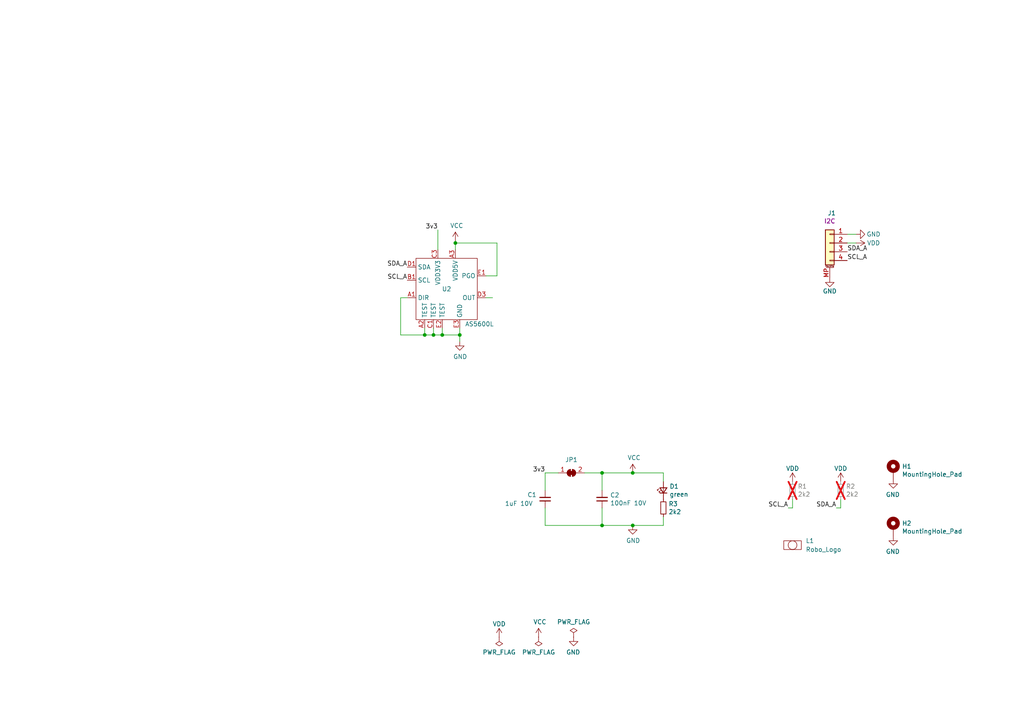
<source format=kicad_sch>
(kicad_sch (version 20230121) (generator eeschema)
  (paper "A4")
  (lib_symbols
    (symbol "AS5600L_1"
      (property "Reference" "U" (at 0 0 0))
      (symbol "AS5600L_1_0_0"
        (pin input line (at -11.43 -2.54 0) (length 2.54) (name "DIR") (number "A1"))
        (pin power_in line (at 2.54 11.43 270) (length 2.54) (name "VDD5V") (number "A3"))
        (pin input line (at -11.43 2.54 0) (length 2.54) (name "SCL") (number "B1"))
        (pin power_in line (at -2.54 11.43 270) (length 2.54) (name "VDD3V3") (number "C3"))
        (pin bidirectional line (at -11.43 6.35 0) (length 2.54) (name "SDA") (number "D1"))
        (pin output line (at 11.43 -2.54 180) (length 2.54) (name "OUT") (number "D3"))
        (pin input line (at 11.43 3.81 180) (length 2.54) (name "PGO") (number "E1"))
        (pin bidirectional line (at -1.27 -11.43 90) (length 2.54) (name "TEST") (number "E2"))
        (pin power_in line (at 3.81 -11.43 90) (length 2.54) (name "GND") (number "E3"))
      )
      (symbol "AS5600L_1_0_1"
        (rectangle (start -8.89 8.89) (end 8.89 -8.89))
      )
      (symbol "AS5600L_1_1_0"
        (pin bidirectional line (at -6.35 -11.43 90) (length 2.54) (name "TEST") (number "A2"))
        (pin no_connect line (at 0 11.43 270) (length 2.54) hide (name "NC") (number "B2"))
        (pin no_connect line (at 0 11.43 270) (length 2.54) hide (name "NC") (number "B3"))
        (pin bidirectional line (at -3.81 -11.43 90) (length 2.54) (name "TEST") (number "C1"))
        (pin no_connect line (at 0 11.43 270) (length 2.54) hide (name "NC") (number "C2"))
        (pin no_connect line (at 0 11.43 270) (length 2.54) hide (name "NC") (number "D2"))
      )
    )
    (symbol "Connector_Generic_MountingPin:Conn_01x04_MountingPin" (pin_names (offset 1.016) hide)
      (property "Reference" "J" (at 0 5.08 0))
      (property "Value" "Conn_01x04_MountingPin" (at 1.27 -7.62 0))
      (symbol "Conn_01x04_MountingPin_1_1"
        (rectangle (start -1.27 -4.953) (end 0 -5.207) (stroke (width 0.1524)))
        (rectangle (start -1.27 -2.413) (end 0 -2.667) (stroke (width 0.1524)))
        (rectangle (start -1.27 0.127) (end 0 -0.127) (stroke (width 0.1524)))
        (rectangle (start -1.27 2.667) (end 0 2.413) (stroke (width 0.1524)))
        (rectangle (start -1.27 3.81) (end 1.27 -6.35) (stroke (width 0.254)) (fill (type background)))
        (polyline (pts (xy -1.016 -7.112) (xy 1.016 -7.112)) (stroke (width 0.1524)))
        (text "Mounting" (at 0 -6.731 0) (effects (font (size 0.381 0.381))))
        (pin passive line (at -5.08 2.54 0) (length 3.81) (name "Pin_1") (number "1"))
        (pin passive line (at -5.08 0 0) (length 3.81) (name "Pin_2") (number "2"))
        (pin passive line (at -5.08 -2.54 0) (length 3.81) (name "Pin_3") (number "3"))
        (pin passive line (at -5.08 -5.08 0) (length 3.81) (name "Pin_4") (number "4"))
        (pin passive line (at 0 -10.16 90) (length 3.048) (name "MountPin") (number "MP"))
      )
    )
    (symbol "Device:C_Small" (pin_numbers hide) (pin_names (offset 0.254) hide)
      (property "Reference" "C" (at 0.254 1.778 0))
      (property "Value" "C_Small" (at 0.254 -2.032 0))
      (symbol "C_Small_0_1"
        (polyline (pts (xy -1.524 -0.508) (xy 1.524 -0.508)) (stroke (width 0.3302)))
        (polyline (pts (xy -1.524 0.508) (xy 1.524 0.508)) (stroke (width 0.3048)))
      )
      (symbol "C_Small_1_1"
        (pin passive line (at 0 2.54 270) (length 2.032) (name "~") (number "1"))
        (pin passive line (at 0 -2.54 90) (length 2.032) (name "~") (number "2"))
      )
    )
    (symbol "Device:LED_Small" (pin_numbers hide) (pin_names (offset 0.254) hide)
      (property "Reference" "D" (at -1.27 3.175 0))
      (property "Value" "LED_Small" (at -4.445 -2.54 0))
      (symbol "LED_Small_0_1"
        (polyline (pts (xy -0.762 -1.016) (xy -0.762 1.016)) (stroke (width 0.254)))
        (polyline (pts (xy 1.016 0) (xy -0.762 0)))
        (polyline (pts (xy 0.762 -1.016) (xy -0.762 0) (xy 0.762 1.016) (xy 0.762 -1.016)) (stroke (width 0.254)))
        (polyline (pts (xy 0 0.762) (xy -0.508 1.27) (xy -0.254 1.27) (xy -0.508 1.27) (xy -0.508 1.016)))
        (polyline (pts (xy 0.508 1.27) (xy 0 1.778) (xy 0.254 1.778) (xy 0 1.778) (xy 0 1.524)))
      )
      (symbol "LED_Small_1_1"
        (pin passive line (at -2.54 0 0) (length 1.778) (name "K") (number "1"))
        (pin passive line (at 2.54 0 180) (length 1.778) (name "A") (number "2"))
      )
    )
    (symbol "Device:R_Small" (pin_numbers hide) (pin_names (offset 0.254) hide)
      (property "Reference" "R" (at 0.762 0.508 0))
      (property "Value" "R_Small" (at 0.762 -1.016 0))
      (symbol "R_Small_0_1"
        (rectangle (start -0.762 1.778) (end 0.762 -1.778) (stroke (width 0.2032)))
      )
      (symbol "R_Small_1_1"
        (pin passive line (at 0 2.54 270) (length 0.762) (name "~") (number "1"))
        (pin passive line (at 0 -2.54 90) (length 0.762) (name "~") (number "2"))
      )
    )
    (symbol "Jumper:SolderJumper_2_Bridged" (pin_names (offset 0) hide)
      (property "Reference" "JP" (at 0 2.032 0))
      (property "Value" "SolderJumper_2_Bridged" (at 0 -2.54 0))
      (symbol "SolderJumper_2_Bridged_0_1"
        (rectangle (start -0.508 0.508) (end 0.508 -0.508) (fill (type outline)))
        (arc (start -0.254 1.016) (mid -1.2656 0) (end -0.254 -1.016))
        (arc (start -0.254 1.016) (mid -1.2656 0) (end -0.254 -1.016) (fill (type outline)))
        (polyline (pts (xy -0.254 1.016) (xy -0.254 -1.016)))
        (polyline (pts (xy 0.254 1.016) (xy 0.254 -1.016)))
        (arc (start 0.254 -1.016) (mid 1.2656 0) (end 0.254 1.016))
        (arc (start 0.254 -1.016) (mid 1.2656 0) (end 0.254 1.016) (fill (type outline)))
      )
      (symbol "SolderJumper_2_Bridged_1_1"
        (pin passive line (at -3.81 0 0) (length 2.54) (name "A") (number "1"))
        (pin passive line (at 3.81 0 180) (length 2.54) (name "B") (number "2"))
      )
    )
    (symbol "Mechanical:MountingHole_Pad" (pin_numbers hide) (pin_names (offset 1.016) hide)
      (property "Reference" "H" (at 0 6.35 0))
      (property "Value" "MountingHole_Pad" (at 0 4.445 0))
      (symbol "MountingHole_Pad_0_1"
        (circle (center 0 1.27) (radius 1.27) (stroke (width 1.27)))
      )
      (symbol "MountingHole_Pad_1_1"
        (pin input line (at 0 -2.54 90) (length 2.54) (name "1") (number "1"))
      )
    )
    (symbol "power:GND" (power) (pin_names (offset 0))
      (property "Value" "GND" (at 0 -3.81 0))
      (symbol "GND_0_1"
        (polyline (pts (xy 0 0) (xy 0 -1.27) (xy 1.27 -1.27) (xy 0 -2.54) (xy -1.27 -1.27) (xy 0 -1.27)))
      )
      (symbol "GND_1_1"
        (pin power_in line (at 0 0 270) (length 0) hide (name "GND") (number "1"))
      )
    )
    (symbol "power:PWR_FLAG" (power) (pin_numbers hide) (pin_names (offset 0) hide)
      (property "Value" "PWR_FLAG" (at 0 3.81 0))
      (symbol "PWR_FLAG_0_0"
        (pin power_out line (at 0 0 90) (length 0) (name "pwr") (number "1"))
      )
      (symbol "PWR_FLAG_0_1"
        (polyline (pts (xy 0 0) (xy 0 1.27) (xy -1.016 1.905) (xy 0 2.54) (xy 1.016 1.905) (xy 0 1.27)))
      )
    )
    (symbol "power:VCC" (power) (pin_names (offset 0))
      (property "Value" "VCC" (at 0 3.81 0))
      (symbol "VCC_0_1"
        (polyline (pts (xy -0.762 1.27) (xy 0 2.54)))
        (polyline (pts (xy 0 0) (xy 0 2.54)))
        (polyline (pts (xy 0 2.54) (xy 0.762 1.27)))
      )
      (symbol "VCC_1_1"
        (pin power_in line (at 0 0 90) (length 0) hide (name "VCC") (number "1"))
      )
    )
    (symbol "power:VDD" (power) (pin_names (offset 0))
      (property "Value" "VDD" (at 0 3.81 0))
      (symbol "VDD_0_1"
        (polyline (pts (xy -0.762 1.27) (xy 0 2.54)))
        (polyline (pts (xy 0 0) (xy 0 2.54)))
        (polyline (pts (xy 0 2.54) (xy 0.762 1.27)))
      )
      (symbol "VDD_1_1"
        (pin power_in line (at 0 0 90) (length 0) hide (name "VDD") (number "1"))
      )
    )
    (symbol "runger:Robo_Logo" (in_bom no)
      (property "Reference" "L" (at 0 3.81 0))
      (property "Value" "Robo_Logo" (at 0 -3.81 0))
      (symbol "Robo_Logo_0_1"
        (rectangle (start -2.54 1.27) (end 2.54 -1.27) (stroke (width 0.1524)))
        (circle (center 0 0) (radius 1.27) (stroke (width 0.1524)))
      )
    )
  )
  (junction (at 183.515 137.16))
  (junction (at 174.625 137.16))
  (junction (at 125.73 97.155))
  (junction (at 132.08 70.485))
  (junction (at 174.625 152.4))
  (junction (at 183.515 152.4))
  (junction (at 123.19 97.155))
  (junction (at 128.27 97.155))
  (junction (at 133.35 97.155))
  (wire (pts (xy 174.625 137.16) (xy 174.625 142.24)))
  (wire (pts (xy 116.205 86.36) (xy 116.205 97.155)))
  (wire (pts (xy 144.145 80.01) (xy 144.145 70.485)))
  (wire (pts (xy 123.19 97.155) (xy 125.73 97.155)))
  (wire (pts (xy 133.35 97.155) (xy 133.35 95.25)))
  (wire (pts (xy 245.745 67.945) (xy 248.285 67.945)))
  (wire (pts (xy 128.27 95.25) (xy 128.27 97.155)))
  (wire (pts (xy 133.35 97.155) (xy 133.35 99.06)))
  (wire (pts (xy 192.405 152.4) (xy 183.515 152.4)))
  (wire (pts (xy 174.625 152.4) (xy 174.625 147.32)))
  (wire (pts (xy 158.115 137.16) (xy 161.925 137.16)))
  (wire (pts (xy 192.405 137.16) (xy 192.405 139.7)))
  (wire (pts (xy 158.115 152.4) (xy 174.625 152.4)))
  (wire (pts (xy 125.73 97.155) (xy 128.27 97.155)))
  (wire (pts (xy 116.205 97.155) (xy 123.19 97.155)))
  (wire (pts (xy 183.515 137.16) (xy 192.405 137.16)))
  (wire (pts (xy 128.27 97.155) (xy 133.35 97.155)))
  (wire (pts (xy 183.515 152.4) (xy 174.625 152.4)))
  (wire (pts (xy 132.08 69.85) (xy 132.08 70.485)))
  (wire (pts (xy 132.08 70.485) (xy 144.145 70.485)))
  (wire (pts (xy 140.97 80.01) (xy 144.145 80.01)))
  (wire (pts (xy 174.625 137.16) (xy 183.515 137.16)))
  (wire (pts (xy 125.73 95.25) (xy 125.73 97.155)))
  (wire (pts (xy 192.405 149.86) (xy 192.405 152.4)))
  (wire (pts (xy 158.115 147.32) (xy 158.115 152.4)))
  (wire (pts (xy 228.6 147.32) (xy 229.87 147.32)))
  (wire (pts (xy 118.11 86.36) (xy 116.205 86.36)))
  (wire (pts (xy 140.97 86.36) (xy 142.875 86.36)))
  (wire (pts (xy 123.19 95.25) (xy 123.19 97.155)))
  (wire (pts (xy 229.87 144.78) (xy 229.87 147.32)))
  (wire (pts (xy 243.84 144.78) (xy 243.84 147.32)))
  (wire (pts (xy 169.545 137.16) (xy 174.625 137.16)))
  (wire (pts (xy 248.285 70.485) (xy 245.745 70.485)))
  (wire (pts (xy 158.115 142.24) (xy 158.115 137.16)))
  (wire (pts (xy 132.08 70.485) (xy 132.08 72.39)))
  (wire (pts (xy 127 66.675) (xy 127 72.39)))
  (wire (pts (xy 242.57 147.32) (xy 243.84 147.32)))
  (label "SDA_A" (at 118.11 77.47 180))
  (label "SCL_A" (at 118.11 81.28 180))
  (label "SDA_A" (at 245.745 73.025 0))
  (label "SCL_A" (at 245.745 75.565 0))
  (label "SCL_A" (at 228.6 147.32 180))
  (label "SDA_A" (at 242.57 147.32 180))
  (label "3v3" (at 127 66.675 180))
  (label "3v3" (at 158.115 137.16 180))
  (symbol (lib_id "Device:LED_Small") (at 192.405 142.24 90) (unit 1)
    (property "Reference" "D1" (at 194.183 141.0716 90) (effects (justify right)))
    (property "Value" "green" (at 194.183 143.383 90) (effects (justify right)))
    (property "Footprint" "LED_SMD:LED_0805_2012Metric" (effects hide))
    (property "Notes" "inexpensive green LED please" (effects hide))
  )
  (symbol (lib_id "power:GND") (at 248.285 67.945 90) (mirror x) (unit 1)
    (property "Reference" "#PWR02" (effects hide))
    (property "Value" "GND" (at 253.365 67.945 90))
  )
  (symbol (lib_id "power:VDD") (at 243.84 139.7 0) (unit 1)
    (property "Reference" "#PWR05" (effects hide))
    (property "Value" "VDD" (at 243.84 135.89 0))
  )
  (symbol (lib_id "power:VCC") (at 183.515 137.16 0) (unit 1)
    (property "Reference" "#PWR011" (effects hide))
    (property "Value" "VCC" (at 183.896 132.7658 0))
  )
  (symbol (lib_id "Device:C_Small") (at 158.115 144.78 180) (unit 1)
    (property "Reference" "C1" (at 154.305 143.51 0))
    (property "Value" "1uF 10V" (at 150.495 146.05 0))
    (property "Footprint" "Capacitor_SMD:C_0603_1608Metric" (effects hide))
  )
  (symbol (lib_id "Mechanical:MountingHole_Pad") (at 259.08 153.035 0) (unit 1)
    (property "Reference" "H2" (at 261.62 151.7904 0) (effects (justify left)))
    (property "Value" "MountingHole_Pad" (at 261.62 154.1018 0) (effects (justify left)))
    (property "Footprint" "MountingHole:MountingHole_2.2mm_M2_ISO7380_Pad" (effects hide))
  )
  (symbol (lib_id "power:GND") (at 183.515 152.4 0) (unit 1)
    (property "Reference" "#PWR012" (effects hide))
    (property "Value" "GND" (at 183.642 156.7942 0))
  )
  (symbol (lib_id "power:GND") (at 259.08 139.065 0) (mirror y) (unit 1)
    (property "Reference" "#PWR08" (effects hide))
    (property "Value" "GND" (at 258.953 143.4592 0))
  )
  (symbol (lib_id "power:PWR_FLAG") (at 156.21 184.785 180) (unit 1)
    (property "Reference" "#FLG02" (effects hide))
    (property "Value" "PWR_FLAG" (at 156.21 189.1792 0))
  )
  (symbol (lib_id "power:VCC") (at 156.21 184.785 0) (unit 1)
    (property "Reference" "#PWR07" (effects hide))
    (property "Value" "VCC" (at 156.591 180.3908 0))
  )
  (symbol (lib_id "power:GND") (at 133.35 99.06 0) (unit 1)
    (property "Reference" "#PWR013" (effects hide))
    (property "Value" "GND" (at 133.477 103.4542 0))
  )
  (symbol (lib_id "power:GND") (at 240.665 80.645 0) (mirror y) (unit 1)
    (property "Reference" "#PWR01" (effects hide))
    (property "Value" "GND" (at 240.665 84.455 0))
  )
  (symbol (lib_id "runger:Robo_Logo") (at 229.87 158.115 0) (unit 1) (in_bom no)
    (property "Reference" "L1" (at 233.68 156.8449 0) (effects (justify left)))
    (property "Value" "Robo_Logo" (at 233.68 159.3849 0) (effects (justify left)))
    (property "Footprint" "runger:Robo_logo2" (effects hide))
  )
  (symbol (lib_id "power:VDD") (at 229.87 139.7 0) (unit 1)
    (property "Reference" "#PWR04" (effects hide))
    (property "Value" "VDD" (at 229.87 135.89 0))
  )
  (symbol (lib_id "power:VCC") (at 132.08 69.85 0) (unit 1)
    (property "Reference" "#PWR014" (effects hide))
    (property "Value" "VCC" (at 132.461 65.4558 0))
  )
  (symbol (lib_id "power:VDD") (at 248.285 70.485 270) (unit 1)
    (property "Reference" "#PWR03" (effects hide))
    (property "Value" "VDD" (at 253.365 70.485 90))
  )
  (symbol (lib_id "Connector_Generic_MountingPin:Conn_01x04_MountingPin") (at 240.665 70.485 0) (mirror y) (unit 1)
    (property "Reference" "J1" (at 242.443 61.7982 0) (effects (justify left)))
    (property "Value" "JST_SH_SM04B" (effects hide))
    (property "Footprint" "Connector_JST:JST_SH_SM04B-SRSS-TB_1x04-1MP_P1.00mm_Horizontal" (effects hide))
    (property "Port" "I2C" (at 240.665 64.135 0))
    (property "Manu" "JST" (effects hide))
    (property "Part" "SH_SM04B-SRSS-TB_1x04-1MP" (effects hide))
  )
  (symbol (lib_id "power:GND") (at 259.08 155.575 0) (mirror y) (unit 1)
    (property "Reference" "#PWR09" (effects hide))
    (property "Value" "GND" (at 258.953 159.9692 0))
  )
  (symbol (lib_id "Device:R_Small") (at 229.87 142.24 0) (unit 1) (in_bom no) (dnp yes)
    (property "Reference" "R1" (at 231.3686 141.0716 0) (effects (justify left)))
    (property "Value" "2k2" (at 231.3686 143.383 0) (effects (justify left)))
    (property "Footprint" "Resistor_SMD:R_0603_1608Metric" (effects hide))
    (property "Part" "Generic 2k2 Resistor" (effects hide))
    (property "Manu" "Generic" (effects hide))
  )
  (symbol (lib_id "power:PWR_FLAG") (at 166.37 184.785 0) (unit 1)
    (property "Reference" "#FLG03" (effects hide))
    (property "Value" "PWR_FLAG" (at 166.37 180.3908 0))
  )
  (symbol (lib_id "power:PWR_FLAG") (at 144.78 184.785 180) (unit 1)
    (property "Reference" "#FLG01" (effects hide))
    (property "Value" "PWR_FLAG" (at 144.78 189.1792 0))
  )
  (symbol (lib_id "power:GND") (at 166.37 184.785 0) (mirror y) (unit 1)
    (property "Reference" "#PWR010" (effects hide))
    (property "Value" "GND" (at 166.243 189.1792 0))
  )
  (symbol (lib_name "AS5600L_1") (lib_id "runger:AS5600L") (at 129.54 83.82 0) (unit 1)
    (property "Reference" "U2" (at 129.54 83.82 0))
    (property "Value" "AS5600L" (at 139.065 93.98 0))
    (property "Footprint" "runger:AS5600" (effects hide))
  )
  (symbol (lib_id "power:VDD") (at 144.78 184.785 0) (unit 1)
    (property "Reference" "#PWR06" (effects hide))
    (property "Value" "VDD" (at 144.78 180.975 0))
  )
  (symbol (lib_id "Mechanical:MountingHole_Pad") (at 259.08 136.525 0) (unit 1)
    (property "Reference" "H1" (at 261.62 135.2804 0) (effects (justify left)))
    (property "Value" "MountingHole_Pad" (at 261.62 137.5918 0) (effects (justify left)))
    (property "Footprint" "MountingHole:MountingHole_2.2mm_M2_ISO7380_Pad" (effects hide))
  )
  (symbol (lib_id "Device:R_Small") (at 192.405 147.32 0) (unit 1)
    (property "Reference" "R3" (at 193.9036 146.1516 0) (effects (justify left)))
    (property "Value" "2k2" (at 193.9036 148.463 0) (effects (justify left)))
    (property "Footprint" "Resistor_SMD:R_0603_1608Metric" (effects hide))
    (property "Part" "Generic 2k2 Resistor" (effects hide))
    (property "Manu" "Generic" (effects hide))
  )
  (symbol (lib_id "Jumper:SolderJumper_2_Bridged") (at 165.735 137.16 0) (unit 1)
    (property "Reference" "JP1" (at 165.735 133.35 0))
    (property "Value" "SolderJumper_2_Bridged" (effects hide))
    (property "Footprint" "Jumper:SolderJumper-2_P1.3mm_Bridged_RoundedPad1.0x1.5mm" (effects hide))
  )
  (symbol (lib_id "Device:R_Small") (at 243.84 142.24 0) (unit 1) (in_bom no) (dnp yes)
    (property "Reference" "R2" (at 245.3386 141.0716 0) (effects (justify left)))
    (property "Value" "2k2" (at 245.3386 143.383 0) (effects (justify left)))
    (property "Footprint" "Resistor_SMD:R_0603_1608Metric" (effects hide))
    (property "Part" "Generic 2k2 Resistor" (effects hide))
    (property "Manu" "Generic" (effects hide))
  )
  (symbol (lib_id "Device:C_Small") (at 174.625 144.78 180) (unit 1)
    (property "Reference" "C2" (at 176.9618 143.6116 0) (effects (justify right)))
    (property "Value" "100nF 10V" (at 176.9618 145.923 0) (effects (justify right)))
    (property "Footprint" "Capacitor_SMD:C_0603_1608Metric" (effects hide))
  )
)
</source>
